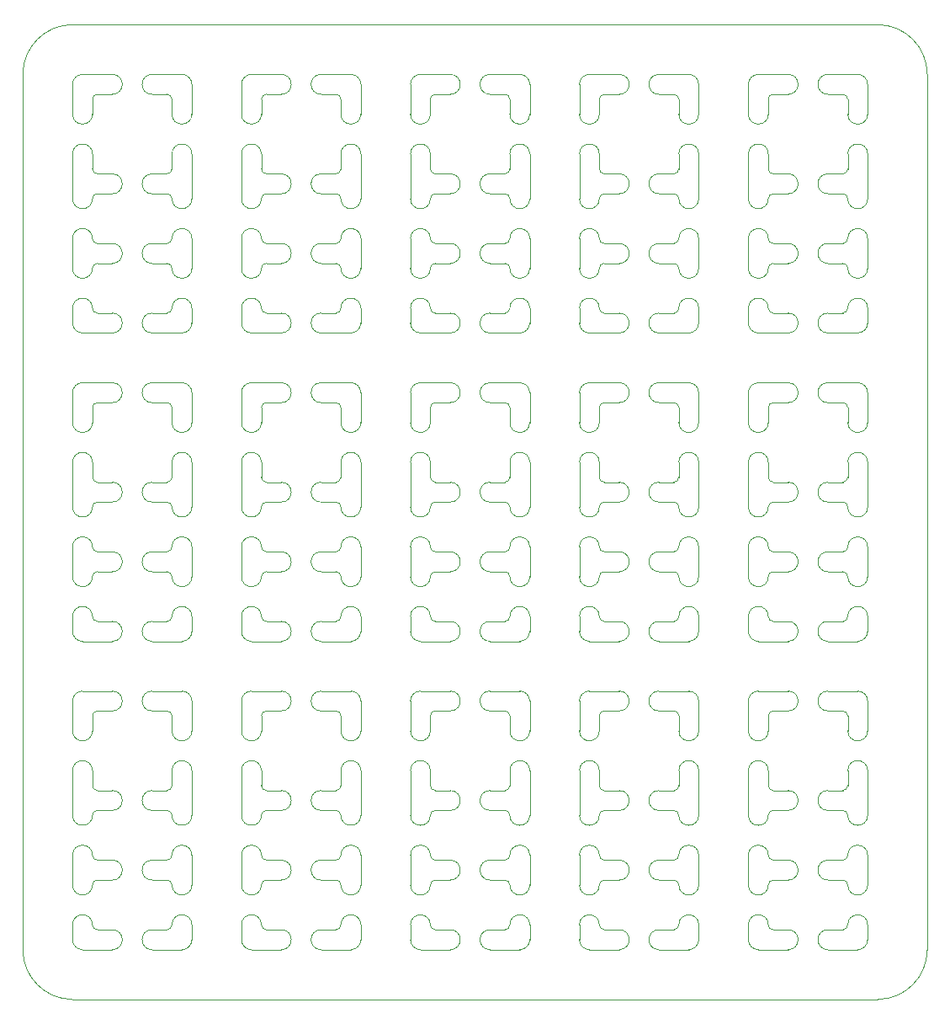
<source format=gbr>
%TF.GenerationSoftware,KiCad,Pcbnew,(7.0.0)*%
%TF.CreationDate,2023-03-26T22:08:02+02:00*%
%TF.ProjectId,PogoProbe 2030,506f676f-5072-46f6-9265-20323033302e,rev?*%
%TF.SameCoordinates,Original*%
%TF.FileFunction,Profile,NP*%
%FSLAX46Y46*%
G04 Gerber Fmt 4.6, Leading zero omitted, Abs format (unit mm)*
G04 Created by KiCad (PCBNEW (7.0.0)) date 2023-03-26 22:08:02*
%MOMM*%
%LPD*%
G01*
G04 APERTURE LIST*
%TA.AperFunction,Profile*%
%ADD10C,0.050000*%
%TD*%
G04 APERTURE END LIST*
D10*
X186000000Y-81999998D02*
X186000000Y-84999998D01*
X176000000Y-97499999D02*
G75*
G03*
X176500000Y-97999998I500000J1D01*
G01*
X175000000Y-80999998D02*
X176500000Y-80999998D01*
X186000000Y-93499998D02*
X186000000Y-91499998D01*
X176500000Y-82999998D02*
X178000000Y-82999998D01*
X183500000Y-97999998D02*
X182000000Y-97999999D01*
X176500000Y-92999998D02*
G75*
G03*
X176000000Y-93499999I0J-500000D01*
G01*
X185000000Y-80999998D02*
X183500000Y-80999998D01*
X176000000Y-90499998D02*
G75*
G03*
X176500000Y-90999998I500001J1D01*
G01*
X175000000Y-106999998D02*
X178000000Y-106999999D01*
X186000000Y-104499998D02*
G75*
G03*
X184000000Y-104499998I-1000000J0D01*
G01*
X174000000Y-93499999D02*
X174000000Y-88999999D01*
X184000002Y-100499998D02*
G75*
G03*
X183500000Y-99999998I-500002J-2D01*
G01*
X174000000Y-105999998D02*
X174000000Y-104499999D01*
X175000000Y-80999998D02*
G75*
G03*
X174000000Y-81999998I-1J-999999D01*
G01*
X186000002Y-81999998D02*
G75*
G03*
X185000000Y-80999998I-1000002J-2D01*
G01*
X182000000Y-80999998D02*
X183500000Y-80999998D01*
X183500000Y-99999998D02*
X182000000Y-99999999D01*
X176000000Y-104499999D02*
G75*
G03*
X176500000Y-104999998I500000J1D01*
G01*
X186000000Y-91499998D02*
X186000000Y-88999998D01*
X174000000Y-84999999D02*
X174000000Y-81999998D01*
X183500000Y-90999998D02*
X182000000Y-90999999D01*
X176500000Y-99999998D02*
X178000000Y-99999999D01*
X174000000Y-100499999D02*
X174000000Y-97499999D01*
X176500000Y-80999998D02*
X178000000Y-80999998D01*
X176500000Y-82999998D02*
G75*
G03*
X176000000Y-83499998I1J-500001D01*
G01*
X182000000Y-106999999D02*
X185000000Y-106999998D01*
X183500000Y-98000000D02*
G75*
G03*
X184000000Y-97499998I0J500000D01*
G01*
X182000000Y-104999999D02*
X183500000Y-104999998D01*
X183500000Y-92999998D02*
X182000000Y-92999999D01*
X182000000Y-82999998D02*
X183500000Y-82999998D01*
X178000000Y-90999999D02*
X176500000Y-90999998D01*
X185000000Y-107000000D02*
G75*
G03*
X186000000Y-105999998I0J1000000D01*
G01*
X176500000Y-104999998D02*
X178000000Y-104999999D01*
X176500000Y-97999998D02*
X178000000Y-97999999D01*
X184000000Y-84999998D02*
X184000000Y-83499998D01*
X186000000Y-100499998D02*
X186000000Y-97499998D01*
X183500000Y-105000000D02*
G75*
G03*
X184000000Y-104499998I0J500000D01*
G01*
X184000002Y-93499998D02*
G75*
G03*
X183500000Y-92999998I-500002J-2D01*
G01*
X186000000Y-97499998D02*
G75*
G03*
X184000000Y-97499998I-1000000J0D01*
G01*
X176000000Y-90499998D02*
X176000000Y-88999999D01*
X176500000Y-92999998D02*
X178000000Y-92999999D01*
X184000002Y-83499998D02*
G75*
G03*
X183500000Y-82999998I-500002J-2D01*
G01*
X174000000Y-105999998D02*
G75*
G03*
X175000000Y-106999998I999999J-1D01*
G01*
X186000000Y-105999998D02*
X186000000Y-104499998D01*
X184000000Y-93499998D02*
G75*
G03*
X186000000Y-93499998I1000000J0D01*
G01*
X176000000Y-84999999D02*
X176000000Y-83499998D01*
X184000000Y-88999998D02*
X184000000Y-90499998D01*
X184000000Y-84999998D02*
G75*
G03*
X186000000Y-84999998I1000000J0D01*
G01*
X176500000Y-99999998D02*
G75*
G03*
X176000000Y-100499999I0J-500000D01*
G01*
X183500000Y-91000000D02*
G75*
G03*
X184000000Y-90499998I0J500000D01*
G01*
X186000001Y-112999999D02*
G75*
G03*
X185000000Y-111999999I-1000001J-1D01*
G01*
X178000000Y-82999998D02*
G75*
G03*
X178000000Y-80999998I0J1000000D01*
G01*
X178000000Y-92999999D02*
G75*
G03*
X178000000Y-90999999I0J1000000D01*
G01*
X174000000Y-100499999D02*
G75*
G03*
X176000000Y-100499999I1000000J0D01*
G01*
X174000000Y-116000000D02*
X174000000Y-112999999D01*
X176000000Y-104499999D02*
G75*
G03*
X174000000Y-104499999I-1000000J0D01*
G01*
X176000000Y-88999999D02*
G75*
G03*
X174000000Y-88999999I-1000000J0D01*
G01*
X178000000Y-99999999D02*
G75*
G03*
X178000000Y-97999999I0J1000000D01*
G01*
X176000000Y-97499999D02*
G75*
G03*
X174000000Y-97499999I-1000000J0D01*
G01*
X186000000Y-112999999D02*
X186000000Y-115999999D01*
X175000000Y-111999999D02*
X176500000Y-111999999D01*
X178000000Y-106999999D02*
G75*
G03*
X178000000Y-104999999I0J1000000D01*
G01*
X182000000Y-104999999D02*
G75*
G03*
X182000000Y-106999999I0J-1000000D01*
G01*
X175000000Y-111999999D02*
G75*
G03*
X174000000Y-112999999I-1J-999999D01*
G01*
X174000000Y-93499999D02*
G75*
G03*
X176000000Y-93499999I1000000J0D01*
G01*
X182000000Y-80999998D02*
G75*
G03*
X182000000Y-82999998I1J-1000000D01*
G01*
X182000000Y-90999999D02*
G75*
G03*
X182000000Y-92999999I0J-1000000D01*
G01*
X186000000Y-88999998D02*
G75*
G03*
X184000000Y-88999998I-1000000J0D01*
G01*
X184000000Y-100499998D02*
G75*
G03*
X186000000Y-100499998I1000000J0D01*
G01*
X174000000Y-84999999D02*
G75*
G03*
X176000000Y-84999999I1000000J0D01*
G01*
X182000000Y-97999999D02*
G75*
G03*
X182000000Y-99999999I0J-1000000D01*
G01*
X185000000Y-111999999D02*
X183500000Y-111999999D01*
X174000000Y-53999999D02*
X174000000Y-50999998D01*
X186000000Y-73499998D02*
G75*
G03*
X184000000Y-73499998I-1000000J0D01*
G01*
X175000000Y-75999998D02*
X178000000Y-75999999D01*
X186000000Y-62499998D02*
X186000000Y-60499998D01*
X174000000Y-69499999D02*
X174000000Y-66499999D01*
X186000000Y-60499998D02*
X186000000Y-57999998D01*
X186000000Y-50999998D02*
X186000000Y-53999998D01*
X176500000Y-61999998D02*
G75*
G03*
X176000000Y-62499999I0J-500000D01*
G01*
X182000000Y-49999998D02*
X183500000Y-49999998D01*
X176000000Y-73499999D02*
G75*
G03*
X176500000Y-73999998I500000J1D01*
G01*
X183500000Y-68999998D02*
X182000000Y-68999999D01*
X183500000Y-66999998D02*
X182000000Y-66999999D01*
X186000002Y-50999998D02*
G75*
G03*
X185000000Y-49999998I-1000002J-2D01*
G01*
X176000000Y-59499998D02*
G75*
G03*
X176500000Y-59999998I500001J1D01*
G01*
X183500000Y-59999998D02*
X182000000Y-59999999D01*
X174000000Y-74999998D02*
X174000000Y-73499999D01*
X184000002Y-69499998D02*
G75*
G03*
X183500000Y-68999998I-500002J-2D01*
G01*
X176500000Y-68999998D02*
X178000000Y-68999999D01*
X185000000Y-49999998D02*
X183500000Y-49999998D01*
X175000000Y-49999998D02*
G75*
G03*
X174000000Y-50999998I-1J-999999D01*
G01*
X176500000Y-51999998D02*
X178000000Y-51999998D01*
X174000000Y-62499999D02*
X174000000Y-57999999D01*
X176000000Y-66499999D02*
G75*
G03*
X176500000Y-66999998I500000J1D01*
G01*
X175000000Y-49999998D02*
X176500000Y-49999998D01*
X176500000Y-61999998D02*
X178000000Y-61999999D01*
X176000000Y-53999999D02*
X176000000Y-52499998D01*
X178000000Y-51999998D02*
G75*
G03*
X178000000Y-49999998I0J1000000D01*
G01*
X176000000Y-66499999D02*
G75*
G03*
X174000000Y-66499999I-1000000J0D01*
G01*
X182000000Y-59999999D02*
G75*
G03*
X182000000Y-61999999I0J-1000000D01*
G01*
X176000000Y-59499998D02*
X176000000Y-57999999D01*
X182000000Y-73999999D02*
X183500000Y-73999998D01*
X178000000Y-68999999D02*
G75*
G03*
X178000000Y-66999999I0J1000000D01*
G01*
X182000000Y-51999998D02*
X183500000Y-51999998D01*
X174000000Y-53999999D02*
G75*
G03*
X176000000Y-53999999I1000000J0D01*
G01*
X176500000Y-73999998D02*
X178000000Y-73999999D01*
X176500000Y-66999998D02*
X178000000Y-66999999D01*
X184000002Y-52499998D02*
G75*
G03*
X183500000Y-51999998I-500002J-2D01*
G01*
X174000000Y-74999998D02*
G75*
G03*
X175000000Y-75999998I999999J-1D01*
G01*
X184000000Y-57999998D02*
X184000000Y-59499998D01*
X176500000Y-68999998D02*
G75*
G03*
X176000000Y-69499999I0J-500000D01*
G01*
X182000000Y-66999999D02*
G75*
G03*
X182000000Y-68999999I0J-1000000D01*
G01*
X178000000Y-61999999D02*
G75*
G03*
X178000000Y-59999999I0J1000000D01*
G01*
X176000000Y-57999999D02*
G75*
G03*
X174000000Y-57999999I-1000000J0D01*
G01*
X186000000Y-57999998D02*
G75*
G03*
X184000000Y-57999998I-1000000J0D01*
G01*
X178000000Y-59999999D02*
X176500000Y-59999998D01*
X185000000Y-76000000D02*
G75*
G03*
X186000000Y-74999998I0J1000000D01*
G01*
X184000000Y-53999998D02*
G75*
G03*
X186000000Y-53999998I1000000J0D01*
G01*
X174000000Y-62499999D02*
G75*
G03*
X176000000Y-62499999I1000000J0D01*
G01*
X178000000Y-75999999D02*
G75*
G03*
X178000000Y-73999999I0J1000000D01*
G01*
X184000000Y-53999998D02*
X184000000Y-52499998D01*
X184000000Y-62499998D02*
G75*
G03*
X186000000Y-62499998I1000000J0D01*
G01*
X176000000Y-73499999D02*
G75*
G03*
X174000000Y-73499999I-1000000J0D01*
G01*
X183500000Y-60000000D02*
G75*
G03*
X184000000Y-59499998I0J500000D01*
G01*
X184000000Y-69499998D02*
G75*
G03*
X186000000Y-69499998I1000000J0D01*
G01*
X182000000Y-73999999D02*
G75*
G03*
X182000000Y-75999999I0J-1000000D01*
G01*
X182000000Y-49999998D02*
G75*
G03*
X182000000Y-51999998I1J-1000000D01*
G01*
X186000000Y-74999998D02*
X186000000Y-73499998D01*
X176500000Y-49999998D02*
X178000000Y-49999998D01*
X184000002Y-62499998D02*
G75*
G03*
X183500000Y-61999998I-500002J-2D01*
G01*
X174000000Y-69499999D02*
G75*
G03*
X176000000Y-69499999I1000000J0D01*
G01*
X176500000Y-51999998D02*
G75*
G03*
X176000000Y-52499998I1J-500001D01*
G01*
X182000000Y-75999999D02*
X185000000Y-75999998D01*
X183500000Y-67000000D02*
G75*
G03*
X184000000Y-66499998I0J500000D01*
G01*
X183500000Y-61999998D02*
X182000000Y-61999999D01*
X186000000Y-69499998D02*
X186000000Y-66499998D01*
X183500000Y-74000000D02*
G75*
G03*
X184000000Y-73499998I0J500000D01*
G01*
X186000000Y-66499998D02*
G75*
G03*
X184000000Y-66499998I-1000000J0D01*
G01*
X186000000Y-124499999D02*
X186000000Y-122499999D01*
X183500000Y-122000000D02*
G75*
G03*
X184000000Y-121499999I0J500000D01*
G01*
X183500000Y-123999999D02*
X182000000Y-124000000D01*
X184000001Y-124499999D02*
G75*
G03*
X183500000Y-123999999I-500001J-1D01*
G01*
X176500000Y-123999999D02*
X178000000Y-124000000D01*
X182000000Y-111999999D02*
X183500000Y-111999999D01*
X184000001Y-114499999D02*
G75*
G03*
X183500000Y-113999999I-500001J-1D01*
G01*
X176500000Y-113999999D02*
X178000000Y-113999999D01*
X176000000Y-121499999D02*
G75*
G03*
X176500000Y-121999999I500001J1D01*
G01*
X174000000Y-124500000D02*
X174000000Y-120000000D01*
X176500000Y-113999999D02*
G75*
G03*
X176000000Y-114499999I1J-500001D01*
G01*
X176000000Y-116000000D02*
X176000000Y-114499999D01*
X183500000Y-121999999D02*
X182000000Y-122000000D01*
X176500000Y-111999999D02*
X178000000Y-111999999D01*
X184000000Y-115999999D02*
X184000000Y-114499999D01*
X176000000Y-121499999D02*
X176000000Y-120000000D01*
X184000000Y-119999999D02*
X184000000Y-121499999D01*
X186000000Y-122499999D02*
X186000000Y-119999999D01*
X182000000Y-113999999D02*
X183500000Y-113999999D01*
X178000000Y-122000000D02*
X176500000Y-121999999D01*
X183500000Y-128999999D02*
X182000000Y-129000000D01*
X174000000Y-131500000D02*
X174000000Y-128500000D01*
X176500000Y-128999999D02*
X178000000Y-129000000D01*
X176500000Y-130999999D02*
G75*
G03*
X176000000Y-131500000I0J-500000D01*
G01*
X176000000Y-128500000D02*
G75*
G03*
X176500000Y-128999999I500000J1D01*
G01*
X183500000Y-130999999D02*
X182000000Y-131000000D01*
X184000001Y-131499999D02*
G75*
G03*
X183500000Y-130999999I-500001J-1D01*
G01*
X176500000Y-135999999D02*
X178000000Y-136000000D01*
X176000000Y-135500000D02*
G75*
G03*
X176500000Y-135999999I500000J1D01*
G01*
X182000000Y-138000000D02*
X185000000Y-137999999D01*
X186000000Y-136999999D02*
X186000000Y-135499999D01*
X186000000Y-131499999D02*
X186000000Y-128499999D01*
X185000000Y-138000000D02*
G75*
G03*
X186000000Y-136999999I0J1000000D01*
G01*
X182000000Y-136000000D02*
X183500000Y-135999999D01*
X174000000Y-136999999D02*
X174000000Y-135500000D01*
X175000000Y-137999999D02*
X178000000Y-138000000D01*
X176500000Y-123999999D02*
G75*
G03*
X176000000Y-124500000I0J-500000D01*
G01*
X176500000Y-130999999D02*
X178000000Y-131000000D01*
X183500000Y-136000000D02*
G75*
G03*
X184000000Y-135499999I0J500000D01*
G01*
X183500000Y-129000000D02*
G75*
G03*
X184000000Y-128499999I0J500000D01*
G01*
X174000000Y-136999999D02*
G75*
G03*
X175000000Y-137999999I999999J-1D01*
G01*
X184000000Y-115999999D02*
G75*
G03*
X186000000Y-115999999I1000000J0D01*
G01*
X184000000Y-124499999D02*
G75*
G03*
X186000000Y-124499999I1000000J0D01*
G01*
X186000000Y-135499999D02*
G75*
G03*
X184000000Y-135499999I-1000000J0D01*
G01*
X186000000Y-128499999D02*
G75*
G03*
X184000000Y-128499999I-1000000J0D01*
G01*
X186000000Y-119999999D02*
G75*
G03*
X184000000Y-119999999I-1000000J0D01*
G01*
X184000000Y-131499999D02*
G75*
G03*
X186000000Y-131499999I1000000J0D01*
G01*
X174000000Y-116000000D02*
G75*
G03*
X176000000Y-116000000I1000000J0D01*
G01*
X178000000Y-124000000D02*
G75*
G03*
X178000000Y-122000000I0J1000000D01*
G01*
X174000000Y-131500000D02*
G75*
G03*
X176000000Y-131500000I1000000J0D01*
G01*
X176000000Y-135500000D02*
G75*
G03*
X174000000Y-135500000I-1000000J0D01*
G01*
X176000000Y-120000000D02*
G75*
G03*
X174000000Y-120000000I-1000000J0D01*
G01*
X182000000Y-122000000D02*
G75*
G03*
X182000000Y-124000000I0J-1000000D01*
G01*
X182000000Y-129000000D02*
G75*
G03*
X182000000Y-131000000I0J-1000000D01*
G01*
X178000000Y-131000000D02*
G75*
G03*
X178000000Y-129000000I0J1000000D01*
G01*
X176000000Y-128500000D02*
G75*
G03*
X174000000Y-128500000I-1000000J0D01*
G01*
X178000000Y-138000000D02*
G75*
G03*
X178000000Y-136000000I0J1000000D01*
G01*
X182000000Y-136000000D02*
G75*
G03*
X182000000Y-138000000I0J-1000000D01*
G01*
X174000000Y-124500000D02*
G75*
G03*
X176000000Y-124500000I1000000J0D01*
G01*
X178000000Y-113999999D02*
G75*
G03*
X178000000Y-111999999I0J1000000D01*
G01*
X182000000Y-111999999D02*
G75*
G03*
X182000000Y-113999999I0J-1000000D01*
G01*
X169000000Y-81999998D02*
X169000000Y-84999998D01*
X159000000Y-97499999D02*
G75*
G03*
X159500000Y-97999998I500000J1D01*
G01*
X158000000Y-80999998D02*
X159500000Y-80999998D01*
X169000000Y-93499998D02*
X169000000Y-91499998D01*
X159500000Y-82999998D02*
X161000000Y-82999998D01*
X166500000Y-97999998D02*
X165000000Y-97999999D01*
X159500000Y-92999998D02*
G75*
G03*
X159000000Y-93499999I0J-500000D01*
G01*
X168000000Y-80999998D02*
X166500000Y-80999998D01*
X159000000Y-90499998D02*
G75*
G03*
X159500000Y-90999998I500001J1D01*
G01*
X158000000Y-106999998D02*
X161000000Y-106999999D01*
X169000000Y-104499998D02*
G75*
G03*
X167000000Y-104499998I-1000000J0D01*
G01*
X157000000Y-93499999D02*
X157000000Y-88999999D01*
X167000002Y-100499998D02*
G75*
G03*
X166500000Y-99999998I-500002J-2D01*
G01*
X157000000Y-105999998D02*
X157000000Y-104499999D01*
X158000000Y-80999998D02*
G75*
G03*
X157000000Y-81999998I-1J-999999D01*
G01*
X169000002Y-81999998D02*
G75*
G03*
X168000000Y-80999998I-1000002J-2D01*
G01*
X165000000Y-80999998D02*
X166500000Y-80999998D01*
X166500000Y-99999998D02*
X165000000Y-99999999D01*
X159000000Y-104499999D02*
G75*
G03*
X159500000Y-104999998I500000J1D01*
G01*
X169000000Y-91499998D02*
X169000000Y-88999998D01*
X157000000Y-84999999D02*
X157000000Y-81999998D01*
X166500000Y-90999998D02*
X165000000Y-90999999D01*
X159500000Y-99999998D02*
X161000000Y-99999999D01*
X157000000Y-100499999D02*
X157000000Y-97499999D01*
X159500000Y-80999998D02*
X161000000Y-80999998D01*
X159500000Y-82999998D02*
G75*
G03*
X159000000Y-83499998I1J-500001D01*
G01*
X165000000Y-106999999D02*
X168000000Y-106999998D01*
X166500000Y-98000000D02*
G75*
G03*
X167000000Y-97499998I0J500000D01*
G01*
X165000000Y-104999999D02*
X166500000Y-104999998D01*
X166500000Y-92999998D02*
X165000000Y-92999999D01*
X165000000Y-82999998D02*
X166500000Y-82999998D01*
X161000000Y-90999999D02*
X159500000Y-90999998D01*
X168000000Y-107000000D02*
G75*
G03*
X169000000Y-105999998I0J1000000D01*
G01*
X159500000Y-104999998D02*
X161000000Y-104999999D01*
X159500000Y-97999998D02*
X161000000Y-97999999D01*
X167000000Y-84999998D02*
X167000000Y-83499998D01*
X169000000Y-100499998D02*
X169000000Y-97499998D01*
X166500000Y-105000000D02*
G75*
G03*
X167000000Y-104499998I0J500000D01*
G01*
X167000002Y-93499998D02*
G75*
G03*
X166500000Y-92999998I-500002J-2D01*
G01*
X169000000Y-97499998D02*
G75*
G03*
X167000000Y-97499998I-1000000J0D01*
G01*
X159000000Y-90499998D02*
X159000000Y-88999999D01*
X159500000Y-92999998D02*
X161000000Y-92999999D01*
X167000002Y-83499998D02*
G75*
G03*
X166500000Y-82999998I-500002J-2D01*
G01*
X157000000Y-105999998D02*
G75*
G03*
X158000000Y-106999998I999999J-1D01*
G01*
X169000000Y-105999998D02*
X169000000Y-104499998D01*
X167000000Y-93499998D02*
G75*
G03*
X169000000Y-93499998I1000000J0D01*
G01*
X159000000Y-84999999D02*
X159000000Y-83499998D01*
X167000000Y-88999998D02*
X167000000Y-90499998D01*
X167000000Y-84999998D02*
G75*
G03*
X169000000Y-84999998I1000000J0D01*
G01*
X159500000Y-99999998D02*
G75*
G03*
X159000000Y-100499999I0J-500000D01*
G01*
X166500000Y-91000000D02*
G75*
G03*
X167000000Y-90499998I0J500000D01*
G01*
X169000001Y-112999999D02*
G75*
G03*
X168000000Y-111999999I-1000001J-1D01*
G01*
X161000000Y-82999998D02*
G75*
G03*
X161000000Y-80999998I0J1000000D01*
G01*
X161000000Y-92999999D02*
G75*
G03*
X161000000Y-90999999I0J1000000D01*
G01*
X157000000Y-100499999D02*
G75*
G03*
X159000000Y-100499999I1000000J0D01*
G01*
X157000000Y-116000000D02*
X157000000Y-112999999D01*
X159000000Y-104499999D02*
G75*
G03*
X157000000Y-104499999I-1000000J0D01*
G01*
X159000000Y-88999999D02*
G75*
G03*
X157000000Y-88999999I-1000000J0D01*
G01*
X161000000Y-99999999D02*
G75*
G03*
X161000000Y-97999999I0J1000000D01*
G01*
X159000000Y-97499999D02*
G75*
G03*
X157000000Y-97499999I-1000000J0D01*
G01*
X169000000Y-112999999D02*
X169000000Y-115999999D01*
X158000000Y-111999999D02*
X159500000Y-111999999D01*
X161000000Y-106999999D02*
G75*
G03*
X161000000Y-104999999I0J1000000D01*
G01*
X165000000Y-104999999D02*
G75*
G03*
X165000000Y-106999999I0J-1000000D01*
G01*
X158000000Y-111999999D02*
G75*
G03*
X157000000Y-112999999I-1J-999999D01*
G01*
X157000000Y-93499999D02*
G75*
G03*
X159000000Y-93499999I1000000J0D01*
G01*
X165000000Y-80999998D02*
G75*
G03*
X165000000Y-82999998I1J-1000000D01*
G01*
X165000000Y-90999999D02*
G75*
G03*
X165000000Y-92999999I0J-1000000D01*
G01*
X169000000Y-88999998D02*
G75*
G03*
X167000000Y-88999998I-1000000J0D01*
G01*
X167000000Y-100499998D02*
G75*
G03*
X169000000Y-100499998I1000000J0D01*
G01*
X157000000Y-84999999D02*
G75*
G03*
X159000000Y-84999999I1000000J0D01*
G01*
X165000000Y-97999999D02*
G75*
G03*
X165000000Y-99999999I0J-1000000D01*
G01*
X168000000Y-111999999D02*
X166500000Y-111999999D01*
X157000000Y-53999999D02*
X157000000Y-50999998D01*
X169000000Y-73499998D02*
G75*
G03*
X167000000Y-73499998I-1000000J0D01*
G01*
X158000000Y-75999998D02*
X161000000Y-75999999D01*
X169000000Y-62499998D02*
X169000000Y-60499998D01*
X157000000Y-69499999D02*
X157000000Y-66499999D01*
X169000000Y-60499998D02*
X169000000Y-57999998D01*
X169000000Y-50999998D02*
X169000000Y-53999998D01*
X159500000Y-61999998D02*
G75*
G03*
X159000000Y-62499999I0J-500000D01*
G01*
X165000000Y-49999998D02*
X166500000Y-49999998D01*
X159000000Y-73499999D02*
G75*
G03*
X159500000Y-73999998I500000J1D01*
G01*
X166500000Y-68999998D02*
X165000000Y-68999999D01*
X166500000Y-66999998D02*
X165000000Y-66999999D01*
X169000002Y-50999998D02*
G75*
G03*
X168000000Y-49999998I-1000002J-2D01*
G01*
X159000000Y-59499998D02*
G75*
G03*
X159500000Y-59999998I500001J1D01*
G01*
X166500000Y-59999998D02*
X165000000Y-59999999D01*
X157000000Y-74999998D02*
X157000000Y-73499999D01*
X167000002Y-69499998D02*
G75*
G03*
X166500000Y-68999998I-500002J-2D01*
G01*
X159500000Y-68999998D02*
X161000000Y-68999999D01*
X168000000Y-49999998D02*
X166500000Y-49999998D01*
X158000000Y-49999998D02*
G75*
G03*
X157000000Y-50999998I-1J-999999D01*
G01*
X159500000Y-51999998D02*
X161000000Y-51999998D01*
X157000000Y-62499999D02*
X157000000Y-57999999D01*
X159000000Y-66499999D02*
G75*
G03*
X159500000Y-66999998I500000J1D01*
G01*
X158000000Y-49999998D02*
X159500000Y-49999998D01*
X159500000Y-61999998D02*
X161000000Y-61999999D01*
X159000000Y-53999999D02*
X159000000Y-52499998D01*
X161000000Y-51999998D02*
G75*
G03*
X161000000Y-49999998I0J1000000D01*
G01*
X159000000Y-66499999D02*
G75*
G03*
X157000000Y-66499999I-1000000J0D01*
G01*
X165000000Y-59999999D02*
G75*
G03*
X165000000Y-61999999I0J-1000000D01*
G01*
X159000000Y-59499998D02*
X159000000Y-57999999D01*
X165000000Y-73999999D02*
X166500000Y-73999998D01*
X161000000Y-68999999D02*
G75*
G03*
X161000000Y-66999999I0J1000000D01*
G01*
X165000000Y-51999998D02*
X166500000Y-51999998D01*
X157000000Y-53999999D02*
G75*
G03*
X159000000Y-53999999I1000000J0D01*
G01*
X159500000Y-73999998D02*
X161000000Y-73999999D01*
X159500000Y-66999998D02*
X161000000Y-66999999D01*
X167000002Y-52499998D02*
G75*
G03*
X166500000Y-51999998I-500002J-2D01*
G01*
X157000000Y-74999998D02*
G75*
G03*
X158000000Y-75999998I999999J-1D01*
G01*
X167000000Y-57999998D02*
X167000000Y-59499998D01*
X159500000Y-68999998D02*
G75*
G03*
X159000000Y-69499999I0J-500000D01*
G01*
X165000000Y-66999999D02*
G75*
G03*
X165000000Y-68999999I0J-1000000D01*
G01*
X161000000Y-61999999D02*
G75*
G03*
X161000000Y-59999999I0J1000000D01*
G01*
X159000000Y-57999999D02*
G75*
G03*
X157000000Y-57999999I-1000000J0D01*
G01*
X169000000Y-57999998D02*
G75*
G03*
X167000000Y-57999998I-1000000J0D01*
G01*
X161000000Y-59999999D02*
X159500000Y-59999998D01*
X168000000Y-76000000D02*
G75*
G03*
X169000000Y-74999998I0J1000000D01*
G01*
X167000000Y-53999998D02*
G75*
G03*
X169000000Y-53999998I1000000J0D01*
G01*
X157000000Y-62499999D02*
G75*
G03*
X159000000Y-62499999I1000000J0D01*
G01*
X161000000Y-75999999D02*
G75*
G03*
X161000000Y-73999999I0J1000000D01*
G01*
X167000000Y-53999998D02*
X167000000Y-52499998D01*
X167000000Y-62499998D02*
G75*
G03*
X169000000Y-62499998I1000000J0D01*
G01*
X159000000Y-73499999D02*
G75*
G03*
X157000000Y-73499999I-1000000J0D01*
G01*
X166500000Y-60000000D02*
G75*
G03*
X167000000Y-59499998I0J500000D01*
G01*
X167000000Y-69499998D02*
G75*
G03*
X169000000Y-69499998I1000000J0D01*
G01*
X165000000Y-73999999D02*
G75*
G03*
X165000000Y-75999999I0J-1000000D01*
G01*
X165000000Y-49999998D02*
G75*
G03*
X165000000Y-51999998I1J-1000000D01*
G01*
X169000000Y-74999998D02*
X169000000Y-73499998D01*
X159500000Y-49999998D02*
X161000000Y-49999998D01*
X167000002Y-62499998D02*
G75*
G03*
X166500000Y-61999998I-500002J-2D01*
G01*
X157000000Y-69499999D02*
G75*
G03*
X159000000Y-69499999I1000000J0D01*
G01*
X159500000Y-51999998D02*
G75*
G03*
X159000000Y-52499998I1J-500001D01*
G01*
X165000000Y-75999999D02*
X168000000Y-75999998D01*
X166500000Y-67000000D02*
G75*
G03*
X167000000Y-66499998I0J500000D01*
G01*
X166500000Y-61999998D02*
X165000000Y-61999999D01*
X169000000Y-69499998D02*
X169000000Y-66499998D01*
X166500000Y-74000000D02*
G75*
G03*
X167000000Y-73499998I0J500000D01*
G01*
X169000000Y-66499998D02*
G75*
G03*
X167000000Y-66499998I-1000000J0D01*
G01*
X169000000Y-124499999D02*
X169000000Y-122499999D01*
X166500000Y-122000000D02*
G75*
G03*
X167000000Y-121499999I0J500000D01*
G01*
X166500000Y-123999999D02*
X165000000Y-124000000D01*
X167000001Y-124499999D02*
G75*
G03*
X166500000Y-123999999I-500001J-1D01*
G01*
X159500000Y-123999999D02*
X161000000Y-124000000D01*
X165000000Y-111999999D02*
X166500000Y-111999999D01*
X167000001Y-114499999D02*
G75*
G03*
X166500000Y-113999999I-500001J-1D01*
G01*
X159500000Y-113999999D02*
X161000000Y-113999999D01*
X159000000Y-121499999D02*
G75*
G03*
X159500000Y-121999999I500001J1D01*
G01*
X157000000Y-124500000D02*
X157000000Y-120000000D01*
X159500000Y-113999999D02*
G75*
G03*
X159000000Y-114499999I1J-500001D01*
G01*
X159000000Y-116000000D02*
X159000000Y-114499999D01*
X166500000Y-121999999D02*
X165000000Y-122000000D01*
X159500000Y-111999999D02*
X161000000Y-111999999D01*
X167000000Y-115999999D02*
X167000000Y-114499999D01*
X159000000Y-121499999D02*
X159000000Y-120000000D01*
X167000000Y-119999999D02*
X167000000Y-121499999D01*
X169000000Y-122499999D02*
X169000000Y-119999999D01*
X165000000Y-113999999D02*
X166500000Y-113999999D01*
X161000000Y-122000000D02*
X159500000Y-121999999D01*
X166500000Y-128999999D02*
X165000000Y-129000000D01*
X157000000Y-131500000D02*
X157000000Y-128500000D01*
X159500000Y-128999999D02*
X161000000Y-129000000D01*
X159500000Y-130999999D02*
G75*
G03*
X159000000Y-131500000I0J-500000D01*
G01*
X159000000Y-128500000D02*
G75*
G03*
X159500000Y-128999999I500000J1D01*
G01*
X166500000Y-130999999D02*
X165000000Y-131000000D01*
X167000001Y-131499999D02*
G75*
G03*
X166500000Y-130999999I-500001J-1D01*
G01*
X159500000Y-135999999D02*
X161000000Y-136000000D01*
X159000000Y-135500000D02*
G75*
G03*
X159500000Y-135999999I500000J1D01*
G01*
X165000000Y-138000000D02*
X168000000Y-137999999D01*
X169000000Y-136999999D02*
X169000000Y-135499999D01*
X169000000Y-131499999D02*
X169000000Y-128499999D01*
X168000000Y-138000000D02*
G75*
G03*
X169000000Y-136999999I0J1000000D01*
G01*
X165000000Y-136000000D02*
X166500000Y-135999999D01*
X157000000Y-136999999D02*
X157000000Y-135500000D01*
X158000000Y-137999999D02*
X161000000Y-138000000D01*
X159500000Y-123999999D02*
G75*
G03*
X159000000Y-124500000I0J-500000D01*
G01*
X159500000Y-130999999D02*
X161000000Y-131000000D01*
X166500000Y-136000000D02*
G75*
G03*
X167000000Y-135499999I0J500000D01*
G01*
X166500000Y-129000000D02*
G75*
G03*
X167000000Y-128499999I0J500000D01*
G01*
X157000000Y-136999999D02*
G75*
G03*
X158000000Y-137999999I999999J-1D01*
G01*
X167000000Y-115999999D02*
G75*
G03*
X169000000Y-115999999I1000000J0D01*
G01*
X167000000Y-124499999D02*
G75*
G03*
X169000000Y-124499999I1000000J0D01*
G01*
X169000000Y-135499999D02*
G75*
G03*
X167000000Y-135499999I-1000000J0D01*
G01*
X169000000Y-128499999D02*
G75*
G03*
X167000000Y-128499999I-1000000J0D01*
G01*
X169000000Y-119999999D02*
G75*
G03*
X167000000Y-119999999I-1000000J0D01*
G01*
X167000000Y-131499999D02*
G75*
G03*
X169000000Y-131499999I1000000J0D01*
G01*
X157000000Y-116000000D02*
G75*
G03*
X159000000Y-116000000I1000000J0D01*
G01*
X161000000Y-124000000D02*
G75*
G03*
X161000000Y-122000000I0J1000000D01*
G01*
X157000000Y-131500000D02*
G75*
G03*
X159000000Y-131500000I1000000J0D01*
G01*
X159000000Y-135500000D02*
G75*
G03*
X157000000Y-135500000I-1000000J0D01*
G01*
X159000000Y-120000000D02*
G75*
G03*
X157000000Y-120000000I-1000000J0D01*
G01*
X165000000Y-122000000D02*
G75*
G03*
X165000000Y-124000000I0J-1000000D01*
G01*
X165000000Y-129000000D02*
G75*
G03*
X165000000Y-131000000I0J-1000000D01*
G01*
X161000000Y-131000000D02*
G75*
G03*
X161000000Y-129000000I0J1000000D01*
G01*
X159000000Y-128500000D02*
G75*
G03*
X157000000Y-128500000I-1000000J0D01*
G01*
X161000000Y-138000000D02*
G75*
G03*
X161000000Y-136000000I0J1000000D01*
G01*
X165000000Y-136000000D02*
G75*
G03*
X165000000Y-138000000I0J-1000000D01*
G01*
X157000000Y-124500000D02*
G75*
G03*
X159000000Y-124500000I1000000J0D01*
G01*
X161000000Y-113999999D02*
G75*
G03*
X161000000Y-111999999I0J1000000D01*
G01*
X165000000Y-111999999D02*
G75*
G03*
X165000000Y-113999999I0J-1000000D01*
G01*
X152000000Y-81999998D02*
X152000000Y-84999998D01*
X142000000Y-97499999D02*
G75*
G03*
X142500000Y-97999998I500000J1D01*
G01*
X141000000Y-80999998D02*
X142500000Y-80999998D01*
X152000000Y-93499998D02*
X152000000Y-91499998D01*
X142500000Y-82999998D02*
X144000000Y-82999998D01*
X149500000Y-97999998D02*
X148000000Y-97999999D01*
X142500000Y-92999998D02*
G75*
G03*
X142000000Y-93499999I0J-500000D01*
G01*
X151000000Y-80999998D02*
X149500000Y-80999998D01*
X142000000Y-90499998D02*
G75*
G03*
X142500000Y-90999998I500001J1D01*
G01*
X141000000Y-106999998D02*
X144000000Y-106999999D01*
X152000000Y-104499998D02*
G75*
G03*
X150000000Y-104499998I-1000000J0D01*
G01*
X140000000Y-93499999D02*
X140000000Y-88999999D01*
X150000002Y-100499998D02*
G75*
G03*
X149500000Y-99999998I-500002J-2D01*
G01*
X140000000Y-105999998D02*
X140000000Y-104499999D01*
X141000000Y-80999998D02*
G75*
G03*
X140000000Y-81999998I-1J-999999D01*
G01*
X152000002Y-81999998D02*
G75*
G03*
X151000000Y-80999998I-1000002J-2D01*
G01*
X148000000Y-80999998D02*
X149500000Y-80999998D01*
X149500000Y-99999998D02*
X148000000Y-99999999D01*
X142000000Y-104499999D02*
G75*
G03*
X142500000Y-104999998I500000J1D01*
G01*
X152000000Y-91499998D02*
X152000000Y-88999998D01*
X140000000Y-84999999D02*
X140000000Y-81999998D01*
X149500000Y-90999998D02*
X148000000Y-90999999D01*
X142500000Y-99999998D02*
X144000000Y-99999999D01*
X140000000Y-100499999D02*
X140000000Y-97499999D01*
X142500000Y-80999998D02*
X144000000Y-80999998D01*
X142500000Y-82999998D02*
G75*
G03*
X142000000Y-83499998I1J-500001D01*
G01*
X148000000Y-106999999D02*
X151000000Y-106999998D01*
X149500000Y-98000000D02*
G75*
G03*
X150000000Y-97499998I0J500000D01*
G01*
X148000000Y-104999999D02*
X149500000Y-104999998D01*
X149500000Y-92999998D02*
X148000000Y-92999999D01*
X148000000Y-82999998D02*
X149500000Y-82999998D01*
X144000000Y-90999999D02*
X142500000Y-90999998D01*
X151000000Y-107000000D02*
G75*
G03*
X152000000Y-105999998I0J1000000D01*
G01*
X142500000Y-104999998D02*
X144000000Y-104999999D01*
X142500000Y-97999998D02*
X144000000Y-97999999D01*
X150000000Y-84999998D02*
X150000000Y-83499998D01*
X152000000Y-100499998D02*
X152000000Y-97499998D01*
X149500000Y-105000000D02*
G75*
G03*
X150000000Y-104499998I0J500000D01*
G01*
X150000002Y-93499998D02*
G75*
G03*
X149500000Y-92999998I-500002J-2D01*
G01*
X152000000Y-97499998D02*
G75*
G03*
X150000000Y-97499998I-1000000J0D01*
G01*
X142000000Y-90499998D02*
X142000000Y-88999999D01*
X142500000Y-92999998D02*
X144000000Y-92999999D01*
X150000002Y-83499998D02*
G75*
G03*
X149500000Y-82999998I-500002J-2D01*
G01*
X140000000Y-105999998D02*
G75*
G03*
X141000000Y-106999998I999999J-1D01*
G01*
X152000000Y-105999998D02*
X152000000Y-104499998D01*
X150000000Y-93499998D02*
G75*
G03*
X152000000Y-93499998I1000000J0D01*
G01*
X142000000Y-84999999D02*
X142000000Y-83499998D01*
X150000000Y-88999998D02*
X150000000Y-90499998D01*
X150000000Y-84999998D02*
G75*
G03*
X152000000Y-84999998I1000000J0D01*
G01*
X142500000Y-99999998D02*
G75*
G03*
X142000000Y-100499999I0J-500000D01*
G01*
X149500000Y-91000000D02*
G75*
G03*
X150000000Y-90499998I0J500000D01*
G01*
X152000001Y-112999999D02*
G75*
G03*
X151000000Y-111999999I-1000001J-1D01*
G01*
X144000000Y-82999998D02*
G75*
G03*
X144000000Y-80999998I0J1000000D01*
G01*
X144000000Y-92999999D02*
G75*
G03*
X144000000Y-90999999I0J1000000D01*
G01*
X140000000Y-100499999D02*
G75*
G03*
X142000000Y-100499999I1000000J0D01*
G01*
X140000000Y-116000000D02*
X140000000Y-112999999D01*
X142000000Y-104499999D02*
G75*
G03*
X140000000Y-104499999I-1000000J0D01*
G01*
X142000000Y-88999999D02*
G75*
G03*
X140000000Y-88999999I-1000000J0D01*
G01*
X144000000Y-99999999D02*
G75*
G03*
X144000000Y-97999999I0J1000000D01*
G01*
X142000000Y-97499999D02*
G75*
G03*
X140000000Y-97499999I-1000000J0D01*
G01*
X152000000Y-112999999D02*
X152000000Y-115999999D01*
X141000000Y-111999999D02*
X142500000Y-111999999D01*
X144000000Y-106999999D02*
G75*
G03*
X144000000Y-104999999I0J1000000D01*
G01*
X148000000Y-104999999D02*
G75*
G03*
X148000000Y-106999999I0J-1000000D01*
G01*
X141000000Y-111999999D02*
G75*
G03*
X140000000Y-112999999I-1J-999999D01*
G01*
X140000000Y-93499999D02*
G75*
G03*
X142000000Y-93499999I1000000J0D01*
G01*
X148000000Y-80999998D02*
G75*
G03*
X148000000Y-82999998I1J-1000000D01*
G01*
X148000000Y-90999999D02*
G75*
G03*
X148000000Y-92999999I0J-1000000D01*
G01*
X152000000Y-88999998D02*
G75*
G03*
X150000000Y-88999998I-1000000J0D01*
G01*
X150000000Y-100499998D02*
G75*
G03*
X152000000Y-100499998I1000000J0D01*
G01*
X140000000Y-84999999D02*
G75*
G03*
X142000000Y-84999999I1000000J0D01*
G01*
X148000000Y-97999999D02*
G75*
G03*
X148000000Y-99999999I0J-1000000D01*
G01*
X151000000Y-111999999D02*
X149500000Y-111999999D01*
X140000000Y-53999999D02*
X140000000Y-50999998D01*
X152000000Y-73499998D02*
G75*
G03*
X150000000Y-73499998I-1000000J0D01*
G01*
X141000000Y-75999998D02*
X144000000Y-75999999D01*
X152000000Y-62499998D02*
X152000000Y-60499998D01*
X140000000Y-69499999D02*
X140000000Y-66499999D01*
X152000000Y-60499998D02*
X152000000Y-57999998D01*
X152000000Y-50999998D02*
X152000000Y-53999998D01*
X142500000Y-61999998D02*
G75*
G03*
X142000000Y-62499999I0J-500000D01*
G01*
X148000000Y-49999998D02*
X149500000Y-49999998D01*
X142000000Y-73499999D02*
G75*
G03*
X142500000Y-73999998I500000J1D01*
G01*
X149500000Y-68999998D02*
X148000000Y-68999999D01*
X149500000Y-66999998D02*
X148000000Y-66999999D01*
X152000002Y-50999998D02*
G75*
G03*
X151000000Y-49999998I-1000002J-2D01*
G01*
X142000000Y-59499998D02*
G75*
G03*
X142500000Y-59999998I500001J1D01*
G01*
X149500000Y-59999998D02*
X148000000Y-59999999D01*
X140000000Y-74999998D02*
X140000000Y-73499999D01*
X150000002Y-69499998D02*
G75*
G03*
X149500000Y-68999998I-500002J-2D01*
G01*
X142500000Y-68999998D02*
X144000000Y-68999999D01*
X151000000Y-49999998D02*
X149500000Y-49999998D01*
X141000000Y-49999998D02*
G75*
G03*
X140000000Y-50999998I-1J-999999D01*
G01*
X142500000Y-51999998D02*
X144000000Y-51999998D01*
X140000000Y-62499999D02*
X140000000Y-57999999D01*
X142000000Y-66499999D02*
G75*
G03*
X142500000Y-66999998I500000J1D01*
G01*
X141000000Y-49999998D02*
X142500000Y-49999998D01*
X142500000Y-61999998D02*
X144000000Y-61999999D01*
X142000000Y-53999999D02*
X142000000Y-52499998D01*
X144000000Y-51999998D02*
G75*
G03*
X144000000Y-49999998I0J1000000D01*
G01*
X142000000Y-66499999D02*
G75*
G03*
X140000000Y-66499999I-1000000J0D01*
G01*
X148000000Y-59999999D02*
G75*
G03*
X148000000Y-61999999I0J-1000000D01*
G01*
X142000000Y-59499998D02*
X142000000Y-57999999D01*
X148000000Y-73999999D02*
X149500000Y-73999998D01*
X144000000Y-68999999D02*
G75*
G03*
X144000000Y-66999999I0J1000000D01*
G01*
X148000000Y-51999998D02*
X149500000Y-51999998D01*
X140000000Y-53999999D02*
G75*
G03*
X142000000Y-53999999I1000000J0D01*
G01*
X142500000Y-73999998D02*
X144000000Y-73999999D01*
X142500000Y-66999998D02*
X144000000Y-66999999D01*
X150000002Y-52499998D02*
G75*
G03*
X149500000Y-51999998I-500002J-2D01*
G01*
X140000000Y-74999998D02*
G75*
G03*
X141000000Y-75999998I999999J-1D01*
G01*
X150000000Y-57999998D02*
X150000000Y-59499998D01*
X142500000Y-68999998D02*
G75*
G03*
X142000000Y-69499999I0J-500000D01*
G01*
X148000000Y-66999999D02*
G75*
G03*
X148000000Y-68999999I0J-1000000D01*
G01*
X144000000Y-61999999D02*
G75*
G03*
X144000000Y-59999999I0J1000000D01*
G01*
X142000000Y-57999999D02*
G75*
G03*
X140000000Y-57999999I-1000000J0D01*
G01*
X152000000Y-57999998D02*
G75*
G03*
X150000000Y-57999998I-1000000J0D01*
G01*
X144000000Y-59999999D02*
X142500000Y-59999998D01*
X151000000Y-76000000D02*
G75*
G03*
X152000000Y-74999998I0J1000000D01*
G01*
X150000000Y-53999998D02*
G75*
G03*
X152000000Y-53999998I1000000J0D01*
G01*
X140000000Y-62499999D02*
G75*
G03*
X142000000Y-62499999I1000000J0D01*
G01*
X144000000Y-75999999D02*
G75*
G03*
X144000000Y-73999999I0J1000000D01*
G01*
X150000000Y-53999998D02*
X150000000Y-52499998D01*
X150000000Y-62499998D02*
G75*
G03*
X152000000Y-62499998I1000000J0D01*
G01*
X142000000Y-73499999D02*
G75*
G03*
X140000000Y-73499999I-1000000J0D01*
G01*
X149500000Y-60000000D02*
G75*
G03*
X150000000Y-59499998I0J500000D01*
G01*
X150000000Y-69499998D02*
G75*
G03*
X152000000Y-69499998I1000000J0D01*
G01*
X148000000Y-73999999D02*
G75*
G03*
X148000000Y-75999999I0J-1000000D01*
G01*
X148000000Y-49999998D02*
G75*
G03*
X148000000Y-51999998I1J-1000000D01*
G01*
X152000000Y-74999998D02*
X152000000Y-73499998D01*
X142500000Y-49999998D02*
X144000000Y-49999998D01*
X150000002Y-62499998D02*
G75*
G03*
X149500000Y-61999998I-500002J-2D01*
G01*
X140000000Y-69499999D02*
G75*
G03*
X142000000Y-69499999I1000000J0D01*
G01*
X142500000Y-51999998D02*
G75*
G03*
X142000000Y-52499998I1J-500001D01*
G01*
X148000000Y-75999999D02*
X151000000Y-75999998D01*
X149500000Y-67000000D02*
G75*
G03*
X150000000Y-66499998I0J500000D01*
G01*
X149500000Y-61999998D02*
X148000000Y-61999999D01*
X152000000Y-69499998D02*
X152000000Y-66499998D01*
X149500000Y-74000000D02*
G75*
G03*
X150000000Y-73499998I0J500000D01*
G01*
X152000000Y-66499998D02*
G75*
G03*
X150000000Y-66499998I-1000000J0D01*
G01*
X152000000Y-124499999D02*
X152000000Y-122499999D01*
X149500000Y-122000000D02*
G75*
G03*
X150000000Y-121499999I0J500000D01*
G01*
X149500000Y-123999999D02*
X148000000Y-124000000D01*
X150000001Y-124499999D02*
G75*
G03*
X149500000Y-123999999I-500001J-1D01*
G01*
X142500000Y-123999999D02*
X144000000Y-124000000D01*
X148000000Y-111999999D02*
X149500000Y-111999999D01*
X150000001Y-114499999D02*
G75*
G03*
X149500000Y-113999999I-500001J-1D01*
G01*
X142500000Y-113999999D02*
X144000000Y-113999999D01*
X142000000Y-121499999D02*
G75*
G03*
X142500000Y-121999999I500001J1D01*
G01*
X140000000Y-124500000D02*
X140000000Y-120000000D01*
X142500000Y-113999999D02*
G75*
G03*
X142000000Y-114499999I1J-500001D01*
G01*
X142000000Y-116000000D02*
X142000000Y-114499999D01*
X149500000Y-121999999D02*
X148000000Y-122000000D01*
X142500000Y-111999999D02*
X144000000Y-111999999D01*
X150000000Y-115999999D02*
X150000000Y-114499999D01*
X142000000Y-121499999D02*
X142000000Y-120000000D01*
X150000000Y-119999999D02*
X150000000Y-121499999D01*
X152000000Y-122499999D02*
X152000000Y-119999999D01*
X148000000Y-113999999D02*
X149500000Y-113999999D01*
X144000000Y-122000000D02*
X142500000Y-121999999D01*
X149500000Y-128999999D02*
X148000000Y-129000000D01*
X140000000Y-131500000D02*
X140000000Y-128500000D01*
X142500000Y-128999999D02*
X144000000Y-129000000D01*
X142500000Y-130999999D02*
G75*
G03*
X142000000Y-131500000I0J-500000D01*
G01*
X142000000Y-128500000D02*
G75*
G03*
X142500000Y-128999999I500000J1D01*
G01*
X149500000Y-130999999D02*
X148000000Y-131000000D01*
X150000001Y-131499999D02*
G75*
G03*
X149500000Y-130999999I-500001J-1D01*
G01*
X142500000Y-135999999D02*
X144000000Y-136000000D01*
X142000000Y-135500000D02*
G75*
G03*
X142500000Y-135999999I500000J1D01*
G01*
X148000000Y-138000000D02*
X151000000Y-137999999D01*
X152000000Y-136999999D02*
X152000000Y-135499999D01*
X152000000Y-131499999D02*
X152000000Y-128499999D01*
X151000000Y-138000000D02*
G75*
G03*
X152000000Y-136999999I0J1000000D01*
G01*
X148000000Y-136000000D02*
X149500000Y-135999999D01*
X140000000Y-136999999D02*
X140000000Y-135500000D01*
X141000000Y-137999999D02*
X144000000Y-138000000D01*
X142500000Y-123999999D02*
G75*
G03*
X142000000Y-124500000I0J-500000D01*
G01*
X142500000Y-130999999D02*
X144000000Y-131000000D01*
X149500000Y-136000000D02*
G75*
G03*
X150000000Y-135499999I0J500000D01*
G01*
X149500000Y-129000000D02*
G75*
G03*
X150000000Y-128499999I0J500000D01*
G01*
X140000000Y-136999999D02*
G75*
G03*
X141000000Y-137999999I999999J-1D01*
G01*
X150000000Y-115999999D02*
G75*
G03*
X152000000Y-115999999I1000000J0D01*
G01*
X150000000Y-124499999D02*
G75*
G03*
X152000000Y-124499999I1000000J0D01*
G01*
X152000000Y-135499999D02*
G75*
G03*
X150000000Y-135499999I-1000000J0D01*
G01*
X152000000Y-128499999D02*
G75*
G03*
X150000000Y-128499999I-1000000J0D01*
G01*
X152000000Y-119999999D02*
G75*
G03*
X150000000Y-119999999I-1000000J0D01*
G01*
X150000000Y-131499999D02*
G75*
G03*
X152000000Y-131499999I1000000J0D01*
G01*
X140000000Y-116000000D02*
G75*
G03*
X142000000Y-116000000I1000000J0D01*
G01*
X144000000Y-124000000D02*
G75*
G03*
X144000000Y-122000000I0J1000000D01*
G01*
X140000000Y-131500000D02*
G75*
G03*
X142000000Y-131500000I1000000J0D01*
G01*
X142000000Y-135500000D02*
G75*
G03*
X140000000Y-135500000I-1000000J0D01*
G01*
X142000000Y-120000000D02*
G75*
G03*
X140000000Y-120000000I-1000000J0D01*
G01*
X148000000Y-122000000D02*
G75*
G03*
X148000000Y-124000000I0J-1000000D01*
G01*
X148000000Y-129000000D02*
G75*
G03*
X148000000Y-131000000I0J-1000000D01*
G01*
X144000000Y-131000000D02*
G75*
G03*
X144000000Y-129000000I0J1000000D01*
G01*
X142000000Y-128500000D02*
G75*
G03*
X140000000Y-128500000I-1000000J0D01*
G01*
X144000000Y-138000000D02*
G75*
G03*
X144000000Y-136000000I0J1000000D01*
G01*
X148000000Y-136000000D02*
G75*
G03*
X148000000Y-138000000I0J-1000000D01*
G01*
X140000000Y-124500000D02*
G75*
G03*
X142000000Y-124500000I1000000J0D01*
G01*
X144000000Y-113999999D02*
G75*
G03*
X144000000Y-111999999I0J1000000D01*
G01*
X148000000Y-111999999D02*
G75*
G03*
X148000000Y-113999999I0J-1000000D01*
G01*
X135000000Y-81999998D02*
X135000000Y-84999998D01*
X125000000Y-97499999D02*
G75*
G03*
X125500000Y-97999998I500000J1D01*
G01*
X124000000Y-80999998D02*
X125500000Y-80999998D01*
X135000000Y-93499998D02*
X135000000Y-91499998D01*
X125500000Y-82999998D02*
X127000000Y-82999998D01*
X132500000Y-97999998D02*
X131000000Y-97999999D01*
X125500000Y-92999998D02*
G75*
G03*
X125000000Y-93499999I0J-500000D01*
G01*
X134000000Y-80999998D02*
X132500000Y-80999998D01*
X125000000Y-90499998D02*
G75*
G03*
X125500000Y-90999998I500001J1D01*
G01*
X124000000Y-106999998D02*
X127000000Y-106999999D01*
X135000000Y-104499998D02*
G75*
G03*
X133000000Y-104499998I-1000000J0D01*
G01*
X123000000Y-93499999D02*
X123000000Y-88999999D01*
X133000002Y-100499998D02*
G75*
G03*
X132500000Y-99999998I-500002J-2D01*
G01*
X123000000Y-105999998D02*
X123000000Y-104499999D01*
X124000000Y-80999998D02*
G75*
G03*
X123000000Y-81999998I-1J-999999D01*
G01*
X135000002Y-81999998D02*
G75*
G03*
X134000000Y-80999998I-1000002J-2D01*
G01*
X131000000Y-80999998D02*
X132500000Y-80999998D01*
X132500000Y-99999998D02*
X131000000Y-99999999D01*
X125000000Y-104499999D02*
G75*
G03*
X125500000Y-104999998I500000J1D01*
G01*
X135000000Y-91499998D02*
X135000000Y-88999998D01*
X123000000Y-84999999D02*
X123000000Y-81999998D01*
X132500000Y-90999998D02*
X131000000Y-90999999D01*
X125500000Y-99999998D02*
X127000000Y-99999999D01*
X123000000Y-100499999D02*
X123000000Y-97499999D01*
X125500000Y-80999998D02*
X127000000Y-80999998D01*
X125500000Y-82999998D02*
G75*
G03*
X125000000Y-83499998I1J-500001D01*
G01*
X131000000Y-106999999D02*
X134000000Y-106999998D01*
X132500000Y-98000000D02*
G75*
G03*
X133000000Y-97499998I0J500000D01*
G01*
X131000000Y-104999999D02*
X132500000Y-104999998D01*
X132500000Y-92999998D02*
X131000000Y-92999999D01*
X131000000Y-82999998D02*
X132500000Y-82999998D01*
X127000000Y-90999999D02*
X125500000Y-90999998D01*
X134000000Y-107000000D02*
G75*
G03*
X135000000Y-105999998I0J1000000D01*
G01*
X125500000Y-104999998D02*
X127000000Y-104999999D01*
X125500000Y-97999998D02*
X127000000Y-97999999D01*
X133000000Y-84999998D02*
X133000000Y-83499998D01*
X135000000Y-100499998D02*
X135000000Y-97499998D01*
X132500000Y-105000000D02*
G75*
G03*
X133000000Y-104499998I0J500000D01*
G01*
X133000002Y-93499998D02*
G75*
G03*
X132500000Y-92999998I-500002J-2D01*
G01*
X135000000Y-97499998D02*
G75*
G03*
X133000000Y-97499998I-1000000J0D01*
G01*
X125000000Y-90499998D02*
X125000000Y-88999999D01*
X125500000Y-92999998D02*
X127000000Y-92999999D01*
X133000002Y-83499998D02*
G75*
G03*
X132500000Y-82999998I-500002J-2D01*
G01*
X123000000Y-105999998D02*
G75*
G03*
X124000000Y-106999998I999999J-1D01*
G01*
X135000000Y-105999998D02*
X135000000Y-104499998D01*
X133000000Y-93499998D02*
G75*
G03*
X135000000Y-93499998I1000000J0D01*
G01*
X125000000Y-84999999D02*
X125000000Y-83499998D01*
X133000000Y-88999998D02*
X133000000Y-90499998D01*
X133000000Y-84999998D02*
G75*
G03*
X135000000Y-84999998I1000000J0D01*
G01*
X125500000Y-99999998D02*
G75*
G03*
X125000000Y-100499999I0J-500000D01*
G01*
X132500000Y-91000000D02*
G75*
G03*
X133000000Y-90499998I0J500000D01*
G01*
X135000001Y-112999999D02*
G75*
G03*
X134000000Y-111999999I-1000001J-1D01*
G01*
X127000000Y-82999998D02*
G75*
G03*
X127000000Y-80999998I0J1000000D01*
G01*
X127000000Y-92999999D02*
G75*
G03*
X127000000Y-90999999I0J1000000D01*
G01*
X123000000Y-100499999D02*
G75*
G03*
X125000000Y-100499999I1000000J0D01*
G01*
X123000000Y-116000000D02*
X123000000Y-112999999D01*
X125000000Y-104499999D02*
G75*
G03*
X123000000Y-104499999I-1000000J0D01*
G01*
X125000000Y-88999999D02*
G75*
G03*
X123000000Y-88999999I-1000000J0D01*
G01*
X127000000Y-99999999D02*
G75*
G03*
X127000000Y-97999999I0J1000000D01*
G01*
X125000000Y-97499999D02*
G75*
G03*
X123000000Y-97499999I-1000000J0D01*
G01*
X135000000Y-112999999D02*
X135000000Y-115999999D01*
X124000000Y-111999999D02*
X125500000Y-111999999D01*
X127000000Y-106999999D02*
G75*
G03*
X127000000Y-104999999I0J1000000D01*
G01*
X131000000Y-104999999D02*
G75*
G03*
X131000000Y-106999999I0J-1000000D01*
G01*
X124000000Y-111999999D02*
G75*
G03*
X123000000Y-112999999I-1J-999999D01*
G01*
X123000000Y-93499999D02*
G75*
G03*
X125000000Y-93499999I1000000J0D01*
G01*
X131000000Y-80999998D02*
G75*
G03*
X131000000Y-82999998I1J-1000000D01*
G01*
X131000000Y-90999999D02*
G75*
G03*
X131000000Y-92999999I0J-1000000D01*
G01*
X135000000Y-88999998D02*
G75*
G03*
X133000000Y-88999998I-1000000J0D01*
G01*
X133000000Y-100499998D02*
G75*
G03*
X135000000Y-100499998I1000000J0D01*
G01*
X123000000Y-84999999D02*
G75*
G03*
X125000000Y-84999999I1000000J0D01*
G01*
X131000000Y-97999999D02*
G75*
G03*
X131000000Y-99999999I0J-1000000D01*
G01*
X134000000Y-111999999D02*
X132500000Y-111999999D01*
X123000000Y-53999999D02*
X123000000Y-50999998D01*
X135000000Y-73499998D02*
G75*
G03*
X133000000Y-73499998I-1000000J0D01*
G01*
X124000000Y-75999998D02*
X127000000Y-75999999D01*
X135000000Y-62499998D02*
X135000000Y-60499998D01*
X123000000Y-69499999D02*
X123000000Y-66499999D01*
X135000000Y-60499998D02*
X135000000Y-57999998D01*
X135000000Y-50999998D02*
X135000000Y-53999998D01*
X125500000Y-61999998D02*
G75*
G03*
X125000000Y-62499999I0J-500000D01*
G01*
X131000000Y-49999998D02*
X132500000Y-49999998D01*
X125000000Y-73499999D02*
G75*
G03*
X125500000Y-73999998I500000J1D01*
G01*
X132500000Y-68999998D02*
X131000000Y-68999999D01*
X132500000Y-66999998D02*
X131000000Y-66999999D01*
X135000002Y-50999998D02*
G75*
G03*
X134000000Y-49999998I-1000002J-2D01*
G01*
X125000000Y-59499998D02*
G75*
G03*
X125500000Y-59999998I500001J1D01*
G01*
X132500000Y-59999998D02*
X131000000Y-59999999D01*
X123000000Y-74999998D02*
X123000000Y-73499999D01*
X133000002Y-69499998D02*
G75*
G03*
X132500000Y-68999998I-500002J-2D01*
G01*
X125500000Y-68999998D02*
X127000000Y-68999999D01*
X134000000Y-49999998D02*
X132500000Y-49999998D01*
X124000000Y-49999998D02*
G75*
G03*
X123000000Y-50999998I-1J-999999D01*
G01*
X125500000Y-51999998D02*
X127000000Y-51999998D01*
X123000000Y-62499999D02*
X123000000Y-57999999D01*
X125000000Y-66499999D02*
G75*
G03*
X125500000Y-66999998I500000J1D01*
G01*
X124000000Y-49999998D02*
X125500000Y-49999998D01*
X125500000Y-61999998D02*
X127000000Y-61999999D01*
X125000000Y-53999999D02*
X125000000Y-52499998D01*
X127000000Y-51999998D02*
G75*
G03*
X127000000Y-49999998I0J1000000D01*
G01*
X125000000Y-66499999D02*
G75*
G03*
X123000000Y-66499999I-1000000J0D01*
G01*
X131000000Y-59999999D02*
G75*
G03*
X131000000Y-61999999I0J-1000000D01*
G01*
X125000000Y-59499998D02*
X125000000Y-57999999D01*
X131000000Y-73999999D02*
X132500000Y-73999998D01*
X127000000Y-68999999D02*
G75*
G03*
X127000000Y-66999999I0J1000000D01*
G01*
X131000000Y-51999998D02*
X132500000Y-51999998D01*
X123000000Y-53999999D02*
G75*
G03*
X125000000Y-53999999I1000000J0D01*
G01*
X125500000Y-73999998D02*
X127000000Y-73999999D01*
X125500000Y-66999998D02*
X127000000Y-66999999D01*
X133000002Y-52499998D02*
G75*
G03*
X132500000Y-51999998I-500002J-2D01*
G01*
X123000000Y-74999998D02*
G75*
G03*
X124000000Y-75999998I999999J-1D01*
G01*
X133000000Y-57999998D02*
X133000000Y-59499998D01*
X125500000Y-68999998D02*
G75*
G03*
X125000000Y-69499999I0J-500000D01*
G01*
X131000000Y-66999999D02*
G75*
G03*
X131000000Y-68999999I0J-1000000D01*
G01*
X127000000Y-61999999D02*
G75*
G03*
X127000000Y-59999999I0J1000000D01*
G01*
X125000000Y-57999999D02*
G75*
G03*
X123000000Y-57999999I-1000000J0D01*
G01*
X135000000Y-57999998D02*
G75*
G03*
X133000000Y-57999998I-1000000J0D01*
G01*
X127000000Y-59999999D02*
X125500000Y-59999998D01*
X134000000Y-76000000D02*
G75*
G03*
X135000000Y-74999998I0J1000000D01*
G01*
X133000000Y-53999998D02*
G75*
G03*
X135000000Y-53999998I1000000J0D01*
G01*
X123000000Y-62499999D02*
G75*
G03*
X125000000Y-62499999I1000000J0D01*
G01*
X127000000Y-75999999D02*
G75*
G03*
X127000000Y-73999999I0J1000000D01*
G01*
X133000000Y-53999998D02*
X133000000Y-52499998D01*
X133000000Y-62499998D02*
G75*
G03*
X135000000Y-62499998I1000000J0D01*
G01*
X125000000Y-73499999D02*
G75*
G03*
X123000000Y-73499999I-1000000J0D01*
G01*
X132500000Y-60000000D02*
G75*
G03*
X133000000Y-59499998I0J500000D01*
G01*
X133000000Y-69499998D02*
G75*
G03*
X135000000Y-69499998I1000000J0D01*
G01*
X131000000Y-73999999D02*
G75*
G03*
X131000000Y-75999999I0J-1000000D01*
G01*
X131000000Y-49999998D02*
G75*
G03*
X131000000Y-51999998I1J-1000000D01*
G01*
X135000000Y-74999998D02*
X135000000Y-73499998D01*
X125500000Y-49999998D02*
X127000000Y-49999998D01*
X133000002Y-62499998D02*
G75*
G03*
X132500000Y-61999998I-500002J-2D01*
G01*
X123000000Y-69499999D02*
G75*
G03*
X125000000Y-69499999I1000000J0D01*
G01*
X125500000Y-51999998D02*
G75*
G03*
X125000000Y-52499998I1J-500001D01*
G01*
X131000000Y-75999999D02*
X134000000Y-75999998D01*
X132500000Y-67000000D02*
G75*
G03*
X133000000Y-66499998I0J500000D01*
G01*
X132500000Y-61999998D02*
X131000000Y-61999999D01*
X135000000Y-69499998D02*
X135000000Y-66499998D01*
X132500000Y-74000000D02*
G75*
G03*
X133000000Y-73499998I0J500000D01*
G01*
X135000000Y-66499998D02*
G75*
G03*
X133000000Y-66499998I-1000000J0D01*
G01*
X135000000Y-124499999D02*
X135000000Y-122499999D01*
X132500000Y-122000000D02*
G75*
G03*
X133000000Y-121499999I0J500000D01*
G01*
X132500000Y-123999999D02*
X131000000Y-124000000D01*
X133000001Y-124499999D02*
G75*
G03*
X132500000Y-123999999I-500001J-1D01*
G01*
X125500000Y-123999999D02*
X127000000Y-124000000D01*
X131000000Y-111999999D02*
X132500000Y-111999999D01*
X133000001Y-114499999D02*
G75*
G03*
X132500000Y-113999999I-500001J-1D01*
G01*
X125500000Y-113999999D02*
X127000000Y-113999999D01*
X125000000Y-121499999D02*
G75*
G03*
X125500000Y-121999999I500001J1D01*
G01*
X123000000Y-124500000D02*
X123000000Y-120000000D01*
X125500000Y-113999999D02*
G75*
G03*
X125000000Y-114499999I1J-500001D01*
G01*
X125000000Y-116000000D02*
X125000000Y-114499999D01*
X132500000Y-121999999D02*
X131000000Y-122000000D01*
X125500000Y-111999999D02*
X127000000Y-111999999D01*
X133000000Y-115999999D02*
X133000000Y-114499999D01*
X125000000Y-121499999D02*
X125000000Y-120000000D01*
X133000000Y-119999999D02*
X133000000Y-121499999D01*
X135000000Y-122499999D02*
X135000000Y-119999999D01*
X131000000Y-113999999D02*
X132500000Y-113999999D01*
X127000000Y-122000000D02*
X125500000Y-121999999D01*
X132500000Y-128999999D02*
X131000000Y-129000000D01*
X123000000Y-131500000D02*
X123000000Y-128500000D01*
X125500000Y-128999999D02*
X127000000Y-129000000D01*
X125500000Y-130999999D02*
G75*
G03*
X125000000Y-131500000I0J-500000D01*
G01*
X125000000Y-128500000D02*
G75*
G03*
X125500000Y-128999999I500000J1D01*
G01*
X132500000Y-130999999D02*
X131000000Y-131000000D01*
X133000001Y-131499999D02*
G75*
G03*
X132500000Y-130999999I-500001J-1D01*
G01*
X125500000Y-135999999D02*
X127000000Y-136000000D01*
X125000000Y-135500000D02*
G75*
G03*
X125500000Y-135999999I500000J1D01*
G01*
X131000000Y-138000000D02*
X134000000Y-137999999D01*
X135000000Y-136999999D02*
X135000000Y-135499999D01*
X135000000Y-131499999D02*
X135000000Y-128499999D01*
X134000000Y-138000000D02*
G75*
G03*
X135000000Y-136999999I0J1000000D01*
G01*
X131000000Y-136000000D02*
X132500000Y-135999999D01*
X123000000Y-136999999D02*
X123000000Y-135500000D01*
X124000000Y-137999999D02*
X127000000Y-138000000D01*
X125500000Y-123999999D02*
G75*
G03*
X125000000Y-124500000I0J-500000D01*
G01*
X125500000Y-130999999D02*
X127000000Y-131000000D01*
X132500000Y-136000000D02*
G75*
G03*
X133000000Y-135499999I0J500000D01*
G01*
X132500000Y-129000000D02*
G75*
G03*
X133000000Y-128499999I0J500000D01*
G01*
X123000000Y-136999999D02*
G75*
G03*
X124000000Y-137999999I999999J-1D01*
G01*
X133000000Y-115999999D02*
G75*
G03*
X135000000Y-115999999I1000000J0D01*
G01*
X133000000Y-124499999D02*
G75*
G03*
X135000000Y-124499999I1000000J0D01*
G01*
X135000000Y-135499999D02*
G75*
G03*
X133000000Y-135499999I-1000000J0D01*
G01*
X135000000Y-128499999D02*
G75*
G03*
X133000000Y-128499999I-1000000J0D01*
G01*
X135000000Y-119999999D02*
G75*
G03*
X133000000Y-119999999I-1000000J0D01*
G01*
X133000000Y-131499999D02*
G75*
G03*
X135000000Y-131499999I1000000J0D01*
G01*
X123000000Y-116000000D02*
G75*
G03*
X125000000Y-116000000I1000000J0D01*
G01*
X127000000Y-124000000D02*
G75*
G03*
X127000000Y-122000000I0J1000000D01*
G01*
X123000000Y-131500000D02*
G75*
G03*
X125000000Y-131500000I1000000J0D01*
G01*
X125000000Y-135500000D02*
G75*
G03*
X123000000Y-135500000I-1000000J0D01*
G01*
X125000000Y-120000000D02*
G75*
G03*
X123000000Y-120000000I-1000000J0D01*
G01*
X131000000Y-122000000D02*
G75*
G03*
X131000000Y-124000000I0J-1000000D01*
G01*
X131000000Y-129000000D02*
G75*
G03*
X131000000Y-131000000I0J-1000000D01*
G01*
X127000000Y-131000000D02*
G75*
G03*
X127000000Y-129000000I0J1000000D01*
G01*
X125000000Y-128500000D02*
G75*
G03*
X123000000Y-128500000I-1000000J0D01*
G01*
X127000000Y-138000000D02*
G75*
G03*
X127000000Y-136000000I0J1000000D01*
G01*
X131000000Y-136000000D02*
G75*
G03*
X131000000Y-138000000I0J-1000000D01*
G01*
X123000000Y-124500000D02*
G75*
G03*
X125000000Y-124500000I1000000J0D01*
G01*
X127000000Y-113999999D02*
G75*
G03*
X127000000Y-111999999I0J1000000D01*
G01*
X131000000Y-111999999D02*
G75*
G03*
X131000000Y-113999999I0J-1000000D01*
G01*
X187000000Y-143000000D02*
G75*
G03*
X192000000Y-138000000I0J5000000D01*
G01*
X192000000Y-50000000D02*
G75*
G03*
X187000000Y-45000000I-5000000J0D01*
G01*
X118000000Y-50999999D02*
X118000000Y-53999999D01*
X108000000Y-66500000D02*
G75*
G03*
X108500000Y-66999999I500000J1D01*
G01*
X107000000Y-49999999D02*
X108500000Y-49999999D01*
X118000000Y-62499999D02*
X118000000Y-60499999D01*
X108500000Y-51999999D02*
X110000000Y-51999999D01*
X115500000Y-66999999D02*
X114000000Y-67000000D01*
X108500000Y-61999999D02*
G75*
G03*
X108000000Y-62500000I0J-500000D01*
G01*
X117000000Y-49999999D02*
X115500000Y-49999999D01*
X108000000Y-59499999D02*
G75*
G03*
X108500000Y-59999999I500001J1D01*
G01*
X107000000Y-75999999D02*
X110000000Y-76000000D01*
X118000000Y-73499999D02*
G75*
G03*
X116000000Y-73499999I-1000000J0D01*
G01*
X106000000Y-62500000D02*
X106000000Y-58000000D01*
X116000001Y-69499999D02*
G75*
G03*
X115500000Y-68999999I-500001J-1D01*
G01*
X106000000Y-74999999D02*
X106000000Y-73500000D01*
X107000000Y-49999999D02*
G75*
G03*
X106000000Y-50999999I-1J-999999D01*
G01*
X118000001Y-50999999D02*
G75*
G03*
X117000000Y-49999999I-1000001J-1D01*
G01*
X114000000Y-49999999D02*
X115500000Y-49999999D01*
X115500000Y-68999999D02*
X114000000Y-69000000D01*
X108000000Y-73500000D02*
G75*
G03*
X108500000Y-73999999I500000J1D01*
G01*
X118000000Y-60499999D02*
X118000000Y-57999999D01*
X106000000Y-54000000D02*
X106000000Y-50999999D01*
X115500000Y-59999999D02*
X114000000Y-60000000D01*
X108500000Y-68999999D02*
X110000000Y-69000000D01*
X106000000Y-69500000D02*
X106000000Y-66500000D01*
X108500000Y-49999999D02*
X110000000Y-49999999D01*
X108500000Y-51999999D02*
G75*
G03*
X108000000Y-52499999I1J-500001D01*
G01*
X114000000Y-76000000D02*
X117000000Y-75999999D01*
X115500000Y-67000000D02*
G75*
G03*
X116000000Y-66499999I0J500000D01*
G01*
X114000000Y-74000000D02*
X115500000Y-73999999D01*
X115500000Y-61999999D02*
X114000000Y-62000000D01*
X114000000Y-51999999D02*
X115500000Y-51999999D01*
X110000000Y-60000000D02*
X108500000Y-59999999D01*
X117000000Y-76000000D02*
G75*
G03*
X118000000Y-74999999I0J1000000D01*
G01*
X108500000Y-73999999D02*
X110000000Y-74000000D01*
X108500000Y-66999999D02*
X110000000Y-67000000D01*
X116000000Y-53999999D02*
X116000000Y-52499999D01*
X118000000Y-69499999D02*
X118000000Y-66499999D01*
X115500000Y-74000000D02*
G75*
G03*
X116000000Y-73499999I0J500000D01*
G01*
X116000001Y-62499999D02*
G75*
G03*
X115500000Y-61999999I-500001J-1D01*
G01*
X118000000Y-66499999D02*
G75*
G03*
X116000000Y-66499999I-1000000J0D01*
G01*
X108000000Y-59499999D02*
X108000000Y-58000000D01*
X108500000Y-61999999D02*
X110000000Y-62000000D01*
X116000001Y-52499999D02*
G75*
G03*
X115500000Y-51999999I-500001J-1D01*
G01*
X106000000Y-74999999D02*
G75*
G03*
X107000000Y-75999999I999999J-1D01*
G01*
X118000000Y-74999999D02*
X118000000Y-73499999D01*
X116000000Y-62499999D02*
G75*
G03*
X118000000Y-62499999I1000000J0D01*
G01*
X108000000Y-54000000D02*
X108000000Y-52499999D01*
X116000000Y-57999999D02*
X116000000Y-59499999D01*
X116000000Y-53999999D02*
G75*
G03*
X118000000Y-53999999I1000000J0D01*
G01*
X108500000Y-68999999D02*
G75*
G03*
X108000000Y-69500000I0J-500000D01*
G01*
X115500000Y-60000000D02*
G75*
G03*
X116000000Y-59499999I0J500000D01*
G01*
X110000000Y-51999999D02*
G75*
G03*
X110000000Y-49999999I0J1000000D01*
G01*
X110000000Y-62000000D02*
G75*
G03*
X110000000Y-60000000I0J1000000D01*
G01*
X106000000Y-69500000D02*
G75*
G03*
X108000000Y-69500000I1000000J0D01*
G01*
X108000000Y-73500000D02*
G75*
G03*
X106000000Y-73500000I-1000000J0D01*
G01*
X108000000Y-58000000D02*
G75*
G03*
X106000000Y-58000000I-1000000J0D01*
G01*
X110000000Y-69000000D02*
G75*
G03*
X110000000Y-67000000I0J1000000D01*
G01*
X108000000Y-66500000D02*
G75*
G03*
X106000000Y-66500000I-1000000J0D01*
G01*
X110000000Y-76000000D02*
G75*
G03*
X110000000Y-74000000I0J1000000D01*
G01*
X114000000Y-74000000D02*
G75*
G03*
X114000000Y-76000000I0J-1000000D01*
G01*
X106000000Y-62500000D02*
G75*
G03*
X108000000Y-62500000I1000000J0D01*
G01*
X114000000Y-49999999D02*
G75*
G03*
X114000000Y-51999999I1J-1000000D01*
G01*
X114000000Y-60000000D02*
G75*
G03*
X114000000Y-62000000I0J-1000000D01*
G01*
X118000000Y-57999999D02*
G75*
G03*
X116000000Y-57999999I-1000000J0D01*
G01*
X116000000Y-69499999D02*
G75*
G03*
X118000000Y-69499999I1000000J0D01*
G01*
X106000000Y-54000000D02*
G75*
G03*
X108000000Y-54000000I1000000J0D01*
G01*
X114000000Y-67000000D02*
G75*
G03*
X114000000Y-69000000I0J-1000000D01*
G01*
X118000001Y-81999999D02*
G75*
G03*
X117000000Y-80999999I-1000001J-1D01*
G01*
X106000000Y-85000000D02*
X106000000Y-81999999D01*
X118000000Y-81999999D02*
X118000000Y-84999999D01*
X107000000Y-80999999D02*
X108500000Y-80999999D01*
X107000000Y-80999999D02*
G75*
G03*
X106000000Y-81999999I-1J-999999D01*
G01*
X117000000Y-80999999D02*
X115500000Y-80999999D01*
X118000000Y-93499999D02*
X118000000Y-91499999D01*
X115500000Y-91000000D02*
G75*
G03*
X116000000Y-90499999I0J500000D01*
G01*
X115500000Y-92999999D02*
X114000000Y-93000000D01*
X116000001Y-93499999D02*
G75*
G03*
X115500000Y-92999999I-500001J-1D01*
G01*
X108500000Y-92999999D02*
X110000000Y-93000000D01*
X114000000Y-80999999D02*
X115500000Y-80999999D01*
X116000001Y-83499999D02*
G75*
G03*
X115500000Y-82999999I-500001J-1D01*
G01*
X108500000Y-82999999D02*
X110000000Y-82999999D01*
X108000000Y-90499999D02*
G75*
G03*
X108500000Y-90999999I500001J1D01*
G01*
X106000000Y-93500000D02*
X106000000Y-89000000D01*
X108500000Y-82999999D02*
G75*
G03*
X108000000Y-83499999I1J-500001D01*
G01*
X108000000Y-85000000D02*
X108000000Y-83499999D01*
X115500000Y-90999999D02*
X114000000Y-91000000D01*
X108500000Y-80999999D02*
X110000000Y-80999999D01*
X116000000Y-84999999D02*
X116000000Y-83499999D01*
X108000000Y-90499999D02*
X108000000Y-89000000D01*
X116000000Y-88999999D02*
X116000000Y-90499999D01*
X118000000Y-91499999D02*
X118000000Y-88999999D01*
X114000000Y-82999999D02*
X115500000Y-82999999D01*
X110000000Y-91000000D02*
X108500000Y-90999999D01*
X115500000Y-97999999D02*
X114000000Y-98000000D01*
X106000000Y-100500000D02*
X106000000Y-97500000D01*
X108500000Y-97999999D02*
X110000000Y-98000000D01*
X108500000Y-99999999D02*
G75*
G03*
X108000000Y-100500000I0J-500000D01*
G01*
X108000000Y-97500000D02*
G75*
G03*
X108500000Y-97999999I500000J1D01*
G01*
X115500000Y-99999999D02*
X114000000Y-100000000D01*
X116000001Y-100499999D02*
G75*
G03*
X115500000Y-99999999I-500001J-1D01*
G01*
X108500000Y-104999999D02*
X110000000Y-105000000D01*
X108000000Y-104500000D02*
G75*
G03*
X108500000Y-104999999I500000J1D01*
G01*
X114000000Y-107000000D02*
X117000000Y-106999999D01*
X118000000Y-105999999D02*
X118000000Y-104499999D01*
X118000000Y-100499999D02*
X118000000Y-97499999D01*
X117000000Y-107000000D02*
G75*
G03*
X118000000Y-105999999I0J1000000D01*
G01*
X114000000Y-105000000D02*
X115500000Y-104999999D01*
X106000000Y-105999999D02*
X106000000Y-104500000D01*
X107000000Y-106999999D02*
X110000000Y-107000000D01*
X108500000Y-92999999D02*
G75*
G03*
X108000000Y-93500000I0J-500000D01*
G01*
X108500000Y-99999999D02*
X110000000Y-100000000D01*
X115500000Y-105000000D02*
G75*
G03*
X116000000Y-104499999I0J500000D01*
G01*
X115500000Y-98000000D02*
G75*
G03*
X116000000Y-97499999I0J500000D01*
G01*
X106000000Y-105999999D02*
G75*
G03*
X107000000Y-106999999I999999J-1D01*
G01*
X116000000Y-84999999D02*
G75*
G03*
X118000000Y-84999999I1000000J0D01*
G01*
X116000000Y-93499999D02*
G75*
G03*
X118000000Y-93499999I1000000J0D01*
G01*
X118000000Y-104499999D02*
G75*
G03*
X116000000Y-104499999I-1000000J0D01*
G01*
X118000000Y-97499999D02*
G75*
G03*
X116000000Y-97499999I-1000000J0D01*
G01*
X118000000Y-88999999D02*
G75*
G03*
X116000000Y-88999999I-1000000J0D01*
G01*
X116000000Y-100499999D02*
G75*
G03*
X118000000Y-100499999I1000000J0D01*
G01*
X106000000Y-85000000D02*
G75*
G03*
X108000000Y-85000000I1000000J0D01*
G01*
X110000000Y-93000000D02*
G75*
G03*
X110000000Y-91000000I0J1000000D01*
G01*
X106000000Y-100500000D02*
G75*
G03*
X108000000Y-100500000I1000000J0D01*
G01*
X108000000Y-104500000D02*
G75*
G03*
X106000000Y-104500000I-1000000J0D01*
G01*
X108000000Y-89000000D02*
G75*
G03*
X106000000Y-89000000I-1000000J0D01*
G01*
X114000000Y-91000000D02*
G75*
G03*
X114000000Y-93000000I0J-1000000D01*
G01*
X114000000Y-98000000D02*
G75*
G03*
X114000000Y-100000000I0J-1000000D01*
G01*
X110000000Y-100000000D02*
G75*
G03*
X110000000Y-98000000I0J1000000D01*
G01*
X108000000Y-97500000D02*
G75*
G03*
X106000000Y-97500000I-1000000J0D01*
G01*
X110000000Y-107000000D02*
G75*
G03*
X110000000Y-105000000I0J1000000D01*
G01*
X114000000Y-105000000D02*
G75*
G03*
X114000000Y-107000000I0J-1000000D01*
G01*
X106000000Y-93500000D02*
G75*
G03*
X108000000Y-93500000I1000000J0D01*
G01*
X110000000Y-82999999D02*
G75*
G03*
X110000000Y-80999999I0J1000000D01*
G01*
X114000000Y-81000001D02*
G75*
G03*
X114000000Y-82999999I0J-999999D01*
G01*
X117000000Y-112000000D02*
X115500000Y-112000000D01*
X118000000Y-113000000D02*
X118000000Y-116000000D01*
X118000000Y-113000000D02*
G75*
G03*
X117000000Y-112000000I-1000000J0D01*
G01*
X106000000Y-116000001D02*
X106000000Y-113000000D01*
X107000000Y-112000000D02*
X108500000Y-112000000D01*
X107000000Y-112000000D02*
G75*
G03*
X106000000Y-113000000I0J-1000000D01*
G01*
X108500000Y-112000000D02*
X110000000Y-112000000D01*
X114000000Y-112000000D02*
X115500000Y-112000000D01*
X114000000Y-114000000D02*
X115500000Y-114000000D01*
X116000000Y-116000000D02*
X116000000Y-114500000D01*
X116000000Y-114500000D02*
G75*
G03*
X115500000Y-114000000I-500000J0D01*
G01*
X108000000Y-116000001D02*
X108000000Y-114500000D01*
X108500000Y-114000000D02*
X110000000Y-114000000D01*
X108500000Y-114000000D02*
G75*
G03*
X108000000Y-114500000I0J-500000D01*
G01*
X106000000Y-124500001D02*
X106000000Y-120000001D01*
X108000000Y-121500000D02*
X108000000Y-120000001D01*
X110000000Y-122000001D02*
X108500000Y-122000000D01*
X108000000Y-121500000D02*
G75*
G03*
X108500000Y-122000000I500000J0D01*
G01*
X115500000Y-122000000D02*
X114000000Y-122000001D01*
X116000000Y-120000000D02*
X116000000Y-121500000D01*
X115500000Y-122000000D02*
G75*
G03*
X116000000Y-121500000I0J500000D01*
G01*
X118000000Y-122500000D02*
X118000000Y-120000000D01*
X118000000Y-124500000D02*
X118000000Y-122500000D01*
X115500000Y-124000000D02*
X114000000Y-124000001D01*
X116000000Y-124500000D02*
G75*
G03*
X115500000Y-124000000I-500000J0D01*
G01*
X108500000Y-124000000D02*
X110000000Y-124000001D01*
X108500000Y-124000000D02*
G75*
G03*
X108000000Y-124500001I0J-500000D01*
G01*
X106000000Y-131500001D02*
X106000000Y-128500001D01*
X108500000Y-129000000D02*
X110000000Y-129000001D01*
X108000000Y-128500001D02*
G75*
G03*
X108500000Y-129000000I500000J1D01*
G01*
X108500000Y-131000000D02*
X110000000Y-131000001D01*
X108500000Y-131000000D02*
G75*
G03*
X108000000Y-131500001I0J-500000D01*
G01*
X115500000Y-131000000D02*
X114000000Y-131000001D01*
X115500000Y-129000000D02*
X114000000Y-129000001D01*
X116000000Y-131500000D02*
G75*
G03*
X115500000Y-131000000I-500000J0D01*
G01*
X115500000Y-129000000D02*
G75*
G03*
X116000000Y-128500000I0J500000D01*
G01*
X118000000Y-131500000D02*
X118000000Y-128500000D01*
X118000000Y-137000000D02*
X118000000Y-135500000D01*
X114000000Y-138000001D02*
X117000000Y-138000000D01*
X117000000Y-138000000D02*
G75*
G03*
X118000000Y-137000000I1J999999D01*
G01*
X114000000Y-136000001D02*
X115500000Y-136000000D01*
X115500000Y-136000000D02*
G75*
G03*
X116000000Y-135500000I0J500000D01*
G01*
X106000000Y-137000000D02*
X106000000Y-135500001D01*
X108500000Y-136000000D02*
X110000000Y-136000001D01*
X107000000Y-138000000D02*
X110000000Y-138000001D01*
X108000000Y-135500001D02*
G75*
G03*
X106000000Y-135500001I-1000000J0D01*
G01*
X108000000Y-135500001D02*
G75*
G03*
X108500000Y-136000000I500000J1D01*
G01*
X106000000Y-137000000D02*
G75*
G03*
X107000000Y-138000000I1000000J0D01*
G01*
X110000000Y-138000001D02*
G75*
G03*
X110000000Y-136000001I0J1000000D01*
G01*
X114000000Y-136000001D02*
G75*
G03*
X114000000Y-138000001I0J-1000000D01*
G01*
X101000000Y-50000000D02*
X101000000Y-138000000D01*
X192000000Y-50000000D02*
X192000000Y-138000000D01*
X106000000Y-45000000D02*
G75*
G03*
X101000000Y-50000000I0J-5000000D01*
G01*
X106000000Y-45000000D02*
X187000000Y-45000000D01*
X116000000Y-131500000D02*
G75*
G03*
X118000000Y-131500000I1000000J0D01*
G01*
X118000000Y-135500000D02*
G75*
G03*
X116000000Y-135500000I-1000000J0D01*
G01*
X116000000Y-124500000D02*
G75*
G03*
X118000000Y-124500000I1000000J0D01*
G01*
X118000000Y-128500000D02*
G75*
G03*
X116000000Y-128500000I-1000000J0D01*
G01*
X116000000Y-116000000D02*
G75*
G03*
X118000000Y-116000000I1000000J0D01*
G01*
X118000000Y-120000000D02*
G75*
G03*
X116000000Y-120000000I-1000000J0D01*
G01*
X110000000Y-124000001D02*
G75*
G03*
X110000000Y-122000001I0J1000000D01*
G01*
X108000000Y-120000001D02*
G75*
G03*
X106000000Y-120000001I-1000000J0D01*
G01*
X106000000Y-131500001D02*
G75*
G03*
X108000000Y-131500001I1000000J0D01*
G01*
X106000000Y-116000001D02*
G75*
G03*
X108000000Y-116000001I1000000J0D01*
G01*
X108000000Y-128500001D02*
G75*
G03*
X106000000Y-128500001I-1000000J0D01*
G01*
X114000000Y-122000001D02*
G75*
G03*
X114000000Y-124000001I0J-1000000D01*
G01*
X106000000Y-124500001D02*
G75*
G03*
X108000000Y-124500001I1000000J0D01*
G01*
X114000000Y-129000001D02*
G75*
G03*
X114000000Y-131000001I0J-1000000D01*
G01*
X110000000Y-131000001D02*
G75*
G03*
X110000000Y-129000001I0J1000000D01*
G01*
X187000000Y-143000000D02*
X106000000Y-143000000D01*
X101000000Y-138000000D02*
G75*
G03*
X106000000Y-143000000I5000000J0D01*
G01*
X110000000Y-114000000D02*
G75*
G03*
X110000000Y-112000000I0J1000000D01*
G01*
X114000000Y-112000000D02*
G75*
G03*
X114000000Y-114000000I0J-1000000D01*
G01*
M02*

</source>
